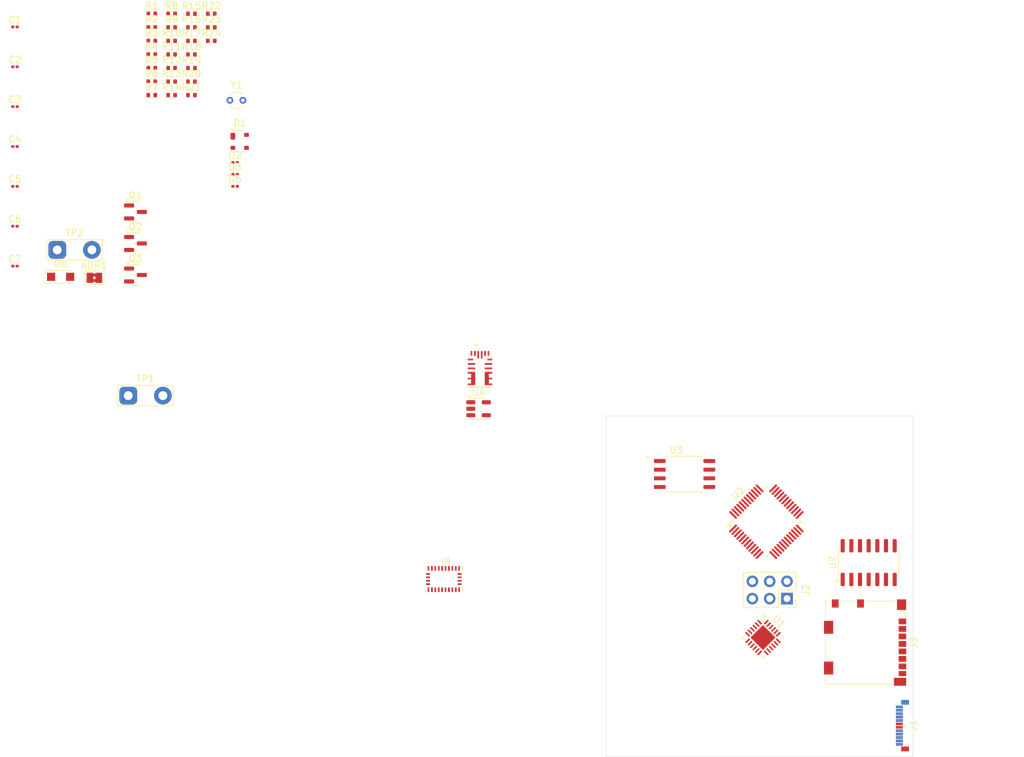
<source format=kicad_pcb>
(kicad_pcb (version 20240108) (generator "pcbnew") (generator_version "8.0")
  (layers (0 "F.Cu" signal) (31 "B.Cu" signal) (34 "B.Paste" user) (35 "F.Paste" user) (36 "B.SilkS" user "B.Silkscreen") (37 "F.SilkS" user "F.Silkscreen") (38 "B.Mask" user) (39 "F.Mask" user) (44 "Edge.Cuts" user))
  (net 0 "")
  (net 1 "Net-(ADR1-B)")
  (net 2 "GND")
  (net 3 "VBUS_out")
  (net 4 "Net-(U6-XOUT32{slash}CLKSEL1)")
  (net 5 "Net-(U6-XIN32)")
  (net 6 "Net-(U5-VIN)")
  (net 7 "Net-(U4-EN)")
  (net 8 "RST")
  (net 9 "Net-(U6-CAP)")
  (net 10 "Net-(D1-I{slash}O1)")
  (net 11 "Net-(D1-I{slash}O2)")
  (net 12 "Net-(D2-A)")
  (net 13 "Net-(D2-K)")
  (net 14 "Net-(D3-A)")
  (net 15 "Net-(D3-K)")
  (net 16 "Net-(D5-A)")
  (net 19 "Net-(J2-Pin_3)")
  (net 20 "Net-(J2-Pin_2)")
  (net 21 "Net-(J2-Pin_6)")
  (net 22 "UPDI")
  (net 23 "Net-(J3-CMD)")
  (net 24 "Net-(J3-DAT1)")
  (net 25 "Net-(J3-DAT0)")
  (net 26 "CD")
  (net 29 "Net-(J3-CLK)")
  (net 30 "/RX_UPDI")
  (net 31 "TX0")
  (net 32 "RX0")
  (net 33 "Net-(U5-EN)")
  (net 34 "Net-(U5-FB)")
  (net 35 "Net-(U6-~{RST})")
  (net 36 "Net-(U6-ENV_SCL)")
  (net 37 "Net-(U6-ENV_SDA)")
  (net 38 "SDA")
  (net 39 "SCL")
  (net 40 "Net-(U6-~{BOOT})")
  (net 56 "PA3{slash}SS")
  (net 57 "PA1{slash}MOSI")
  (net 65 "D5")
  (net 67 "D6")
  (net 71 "PA0{slash}MISO")
  (net 74 "D4")
  (net 80 "D7")
  (net 87 "PA2{slash}SCK")
  (net 99 "PS1")
  (net 103 "INT")
  (net 104 "PS0{slash}WAKE")
  (footprint "Resistor_SMD:R_0402_1005Metric" (layer "F.Cu") (at -9.81 -32.0475)
    (property "Reference" "R16" (at 0 -1.17 0) (layer "F.SilkS"))
    (property "Value" "19k1")
    (pad "1" smd roundrect (at -0.51 0) (size 0.54 0.64) (layers "F.Cu" "F.Paste" "F.Mask") (net 34 "Net-(U5-FB)"))
    (pad "2" smd roundrect (at 0.51 0) (size 0.54 0.64) (layers "F.Cu" "F.Paste" "F.Mask") (net 2 "GND"))
  )
  (footprint "Connector_PinSocket_2.54mm:PinSocket_2x03_P2.54mm_Vertical" (layer "F.Cu") (at 77.525 51.79 -90)
    (property "Reference" "J2" (at -1.27 -2.77 90) (layer "F.SilkS"))
    (property "Value" "Conn_02x03_Pin")
    (pad "1" thru_hole rect (at 0 0 270) (size 1.7 1.7) (drill 1) (layers "*.Cu" "*.Mask") (net 8 "RST"))
    (pad "2" thru_hole oval (at -2.54 0 270) (size 1.7 1.7) (drill 1) (layers "*.Cu" "*.Mask") (net 20 "Net-(J2-Pin_2)"))
    (pad "3" thru_hole oval (at 0 2.54 270) (size 1.7 1.7) (drill 1) (layers "*.Cu" "*.Mask") (net 19 "Net-(J2-Pin_3)"))
    (pad "4" thru_hole oval (at -2.54 2.54 270) (size 1.7 1.7) (drill 1) (layers "*.Cu" "*.Mask") (net 22 "UPDI"))
    (pad "5" thru_hole oval (at 0 5.08 270) (size 1.7 1.7) (drill 1) (layers "*.Cu" "*.Mask") (net 2 "GND"))
    (pad "6" thru_hole oval (at -2.54 5.08 270) (size 1.7 1.7) (drill 1) (layers "*.Cu" "*.Mask") (net 21 "Net-(J2-Pin_6)"))
  )
  (footprint "Capacitor_SMD:C_0201_0603Metric" (layer "F.Cu") (at -35.69 -14.5575)
    (property "Reference" "C4" (at 0 -1.05 0) (layer "F.SilkS"))
    (property "Value" "22u")
    (pad "1" smd roundrect (at -0.32 0) (size 0.46 0.4) (layers "F.Cu" "F.Mask") (net 6 "Net-(U5-VIN)"))
    (pad "2" smd roundrect (at 0.32 0) (size 0.46 0.4) (layers "F.Cu" "F.Mask") (net 2 "GND"))
  )
  (footprint "Resistor_SMD:R_0402_1005Metric" (layer "F.Cu") (at -15.63 -22.0975)
    (property "Reference" "R7" (at 0 -1.17 0) (layer "F.SilkS"))
    (property "Value" "4k7")
    (pad "1" smd roundrect (at -0.51 0) (size 0.54 0.64) (layers "F.Cu" "F.Paste" "F.Mask") (net 8 "RST"))
    (pad "2" smd roundrect (at 0.51 0) (size 0.54 0.64) (layers "F.Cu" "F.Paste" "F.Mask") (net 22 "UPDI"))
  )
  (footprint "Resistor_SMD:R_0402_1005Metric" (layer "F.Cu") (at -12.72 -28.0675)
    (property "Reference" "R11" (at 0 -1.17 0) (layer "F.SilkS"))
    (property "Value" "4k7")
    (pad "1" smd roundrect (at -0.51 0) (size 0.54 0.64) (layers "F.Cu" "F.Paste" "F.Mask") (net 8 "RST"))
    (pad "2" smd roundrect (at 0.51 0) (size 0.54 0.64) (layers "F.Cu" "F.Paste" "F.Mask") (net 21 "Net-(J2-Pin_6)"))
  )
  (footprint "LED_SMD:LED_0201_0603Metric" (layer "F.Cu") (at -3.405 -8.7175)
    (property "Reference" "D5" (at 0 -1.05 0) (layer "F.SilkS"))
    (property "Value" "GREEN")
    (pad "1" smd roundrect (at -0.32 0) (size 0.46 0.4) (layers "F.Cu" "F.Mask") (net 2 "GND"))
    (pad "2" smd roundrect (at 0.32 0) (size 0.46 0.4) (layers "F.Cu" "F.Mask") (net 16 "Net-(D5-A)"))
  )
  (footprint "Package_TO_SOT_SMD:SOT-23" (layer "F.Cu") (at -18.02 -4.9525)
    (property "Reference" "Q1" (at 0 -2.4 0) (layer "F.SilkS"))
    (property "Value" "BSS138")
    (pad "1" smd roundrect (at -0.9375 -0.95) (size 1.475 0.6) (layers "F.Cu" "F.Paste" "F.Mask") (net 8 "RST"))
    (pad "2" smd roundrect (at -0.9375 0.95) (size 1.475 0.6) (layers "F.Cu" "F.Paste" "F.Mask") (net 30 "/RX_UPDI"))
    (pad "3" smd roundrect (at 0.9375 0) (size 1.475 0.6) (layers "F.Cu" "F.Paste" "F.Mask") (net 22 "UPDI"))
  )
  (footprint "Resistor_SMD:R_0402_1005Metric" (layer "F.Cu") (at -12.72 -24.0875)
    (property "Reference" "R13" (at 0 -1.17 0) (layer "F.SilkS"))
    (property "Value" "4k7")
    (pad "1" smd roundrect (at -0.51 0) (size 0.54 0.64) (layers "F.Cu" "F.Paste" "F.Mask") (net 8 "RST"))
    (pad "2" smd roundrect (at 0.51 0) (size 0.54 0.64) (layers "F.Cu" "F.Paste" "F.Mask") (net 31 "TX0"))
  )
  (footprint "LED_SMD:LED_0201_0603Metric" (layer "F.Cu") (at -3.405 -12.2175)
    (property "Reference" "D2" (at 0 -1.05 0) (layer "F.SilkS"))
    (property "Value" "LED")
    (pad "1" smd roundrect (at -0.32 0) (size 0.46 0.4) (layers "F.Cu" "F.Mask") (net 13 "Net-(D2-K)"))
    (pad "2" smd roundrect (at 0.32 0) (size 0.46 0.4) (layers "F.Cu" "F.Mask") (net 12 "Net-(D2-A)"))
  )
  (footprint "Connector_USB:USB_C_Plug_Molex_105444" (layer "F.Cu") (at 93.96 70.42 90)
    (property "Reference" "J1" (at 0 2.04 90) (layer "F.SilkS"))
    (property "Value" "USB_C")
    (pad "A1" smd rect (at -2.75 0.04 90) (size 0.38 1) (layers "F.Cu" "F.Paste" "F.Mask") (net 2 "GND"))
    (pad "A2" smd rect (at -2.25 0.04 90) (size 0.38 1) (layers "F.Cu" "F.Paste" "F.Mask"))
    (pad "A3" smd rect (at -1.75 0.04 90) (size 0.38 1) (layers "F.Cu" "F.Paste" "F.Mask"))
    (pad "A4" smd rect (at -1.25 0.04 90) (size 0.38 1) (layers "F.Cu" "F.Paste" "F.Mask") (net 3 "VBUS_out"))
    (pad "A5" smd rect (at -0.75 0.04 90) (size 0.38 1) (layers "F.Cu" "F.Paste" "F.Mask"))
    (pad "A6" smd rect (at -0.25 0.04 90) (size 0.38 1) (layers "F.Cu" "F.Paste" "F.Mask") (net 10 "Net-(D1-I{slash}O1)"))
    (pad "A7" smd rect (at 0.25 0.04 90) (size 0.38 1) (layers "F.Cu" "F.Paste" "F.Mask") (net 11 "Net-(D1-I{slash}O2)"))
    (pad "A8" smd rect (at 0.75 0.04 90) (size 0.38 1) (layers "F.Cu" "F.Paste" "F.Mask"))
    (pad "A9" smd rect (at 1.25 0.04 90) (size 0.38 1) (layers "F.Cu" "F.Paste" "F.Mask") (net 3 "VBUS_out"))
    (pad "A10" smd rect (at 1.75 0.04 90) (size 0.38 1) (layers "F.Cu" "F.Paste" "F.Mask"))
    (pad "A11" smd rect (at 2.25 0.04 90) (size 0.38 1) (layers "F.Cu" "F.Paste" "F.Mask"))
    (pad "A12" smd rect (at 2.75 0.04 90) (size 0.38 1) (layers "F.Cu" "F.Paste" "F.Mask") (net 2 "GND"))
    (pad "B1" smd rect (at 2.75 0.04 90) (size 0.38 1) (layers "B.Cu" "B.Paste" "B.Mask") (net 2 "GND"))
    (pad "B2" smd rect (at 2.25 0.04 90) (size 0.38 1) (layers "B.Cu" "B.Paste" "B.Mask"))
    (pad "B3" smd rect (at 1.75 0.04 90) (size 0.38 1) (layers "B.Cu" "B.Paste" "B.Mask"))
    (pad "B4" smd rect (at 1.25 0.04 90) (size 0.38 1) (layers "B.Cu" "B.Paste" "B.Mask") (net 3 "VBUS_out"))
    (pad "B5" smd rect (at 0.75 0.04 90) (size 0.38 1) (layers "B.Cu" "B.Paste" "B.Mask"))
    (pad "B8" smd rect (at -0.75 0.04 90) (size 0.38 1) (layers "B.Cu" "B.Paste" "B.Mask"))
    (pad "B9" smd rect (at -1.25 0.04 90) (size 0.38 1) (layers "B.Cu" "B.Paste" "B.Mask") (net 3 "VBUS_out"))
    (pad "B10" smd rect (at -1.75 0.04 90) (size 0.38 1) (layers "B.Cu" "B.Paste" "B.Mask"))
    (pad "B11" smd rect (at -2.25 0.04 90) (size 0.38 1) (layers "B.Cu" "B.Paste" "B.Mask"))
    (pad "B12" smd rect (at -2.75 0.04 90) (size 0.38 1) (layers "B.Cu" "B.Paste" "B.Mask") (net 2 "GND"))
    (pad "S1" smd rect (at -3.42 0.88 90) (size 0.7 1.15) (layers "F.Cu" "F.Paste" "F.Mask") (net 2 "GND"))
    (pad "S1" smd rect (at 3.42 0.88 90) (size 0.7 1.15) (layers "B.Cu" "B.Paste" "B.Mask") (net 2 "GND"))
  )
  (footprint "Capacitor_SMD:C_0201_0603Metric" (layer "F.Cu") (at -35.69 2.9925)
    (property "Reference" "C7" (at 0 -1.05 0) (layer "F.SilkS"))
    (property "Value" "0.1uF")
    (pad "1" smd roundrect (at -0.32 0) (size 0.46 0.4) (layers "F.Cu" "F.Mask") (net 9 "Net-(U6-CAP)"))
    (pad "2" smd roundrect (at 0.32 0) (size 0.46 0.4) (layers "F.Cu" "F.Mask") (net 2 "GND"))
  )
  (footprint "Resistor_SMD:R_0402_1005Metric" (layer "F.Cu") (at -15.63 -26.0775)
    (property "Reference" "R5" (at 0 -1.17 0) (layer "F.SilkS"))
    (property "Value" "0")
    (pad "1" smd roundrect (at -0.51 0) (size 0.54 0.64) (layers "F.Cu" "F.Paste" "F.Mask") (net 30 "/RX_UPDI"))
    (pad "2" smd roundrect (at 0.51 0) (size 0.54 0.64) (layers "F.Cu" "F.Paste" "F.Mask") (net 30 "/RX_UPDI"))
  )
  (footprint "Resistor_SMD:R_0402_1005Metric" (layer "F.Cu") (at -15.63 -34.0375)
    (property "Reference" "R1" (at 0 -1.17 0) (layer "F.SilkS"))
    (property "Value" "1M")
    (pad "1" smd roundrect (at -0.51 0) (size 0.54 0.64) (layers "F.Cu" "F.Paste" "F.Mask") (net 3 "VBUS_out"))
    (pad "2" smd roundrect (at 0.51 0) (size 0.54 0.64) (layers "F.Cu" "F.Paste" "F.Mask") (net 2 "GND"))
  )
  (footprint "Resistor_SMD:R_0402_1005Metric" (layer "F.Cu") (at -9.81 -22.0975)
    (property "Reference" "R21" (at 0 -1.17 0) (layer "F.SilkS"))
    (property "Value" "2.2k")
    (pad "1" smd roundrect (at -0.51 0) (size 0.54 0.64) (layers "F.Cu" "F.Paste" "F.Mask") (net 8 "RST"))
    (pad "2" smd roundrect (at 0.51 0) (size 0.54 0.64) (layers "F.Cu" "F.Paste" "F.Mask") (net 38 "SDA"))
  )
  (footprint "Resistor_SMD:R_0402_1005Metric" (layer "F.Cu") (at -6.9 -30.0575)
    (property "Reference" "R24" (at 0 -1.17 0) (layer "F.SilkS"))
    (property "Value" "10k")
    (pad "1" smd roundrect (at -0.51 0) (size 0.54 0.64) (layers "F.Cu" "F.Paste" "F.Mask") (net 8 "RST"))
    (pad "2" smd roundrect (at 0.51 0) (size 0.54 0.64) (layers "F.Cu" "F.Paste" "F.Mask") (net 40 "Net-(U6-~{BOOT})"))
  )
  (footprint "Package_QFP:TQFP-48_7x7mm_P0.5mm" (layer "F.Cu") (at 74.5 40.5 45)
    (property "Reference" "U2" (at 0 -5.85 45) (layer "F.SilkS"))
    (property "Value" "ATmega4809-A")
    (pad "1" smd roundrect (at -4.1625 -2.75 45) (size 1.475 0.3) (layers "F.Cu" "F.Paste" "F.Mask"))
    (pad "2" smd roundrect (at -4.1625 -2.25 45) (size 1.475 0.3) (layers "F.Cu" "F.Paste" "F.Mask"))
    (pad "3" smd roundrect (at -4.1625 -1.75 45) (size 1.475 0.3) (layers "F.Cu" "F.Paste" "F.Mask"))
    (pad "4" smd roundrect (at -4.1625 -1.249999 45) (size 1.475 0.3) (layers "F.Cu" "F.Paste" "F.Mask") (net 39 "SCL"))
    (pad "5" smd roundrect (at -4.1625 -0.75 45) (size 1.475 0.3) (layers "F.Cu" "F.Paste" "F.Mask"))
    (pad "6" smd roundrect (at -4.1625 -0.25 45) (size 1.475 0.3) (layers "F.Cu" "F.Paste" "F.Mask"))
    (pad "7" smd roundrect (at -4.1625 0.25 45) (size 1.475 0.3) (layers "F.Cu" "F.Paste" "F.Mask"))
    (pad "8" smd roundrect (at -4.1625 0.75 45) (size 1.475 0.3) (layers "F.Cu" "F.Paste" "F.Mask") (net 31 "TX0"))
    (pad "9" smd roundrect (at -4.1625 1.249999 45) (size 1.475 0.3) (layers "F.Cu" "F.Paste" "F.Mask") (net 32 "RX0"))
    (pad "10" smd roundrect (at -4.1625 1.75 45) (size 1.475 0.3) (layers "F.Cu" "F.Paste" "F.Mask"))
    (pad "11" smd roundrect (at -4.1625 2.25 45) (size 1.475 0.3) (layers "F.Cu" "F.Paste" "F.Mask"))
    (pad "12" smd roundrect (at -4.1625 2.75 45) (size 1.475 0.3) (layers "F.Cu" "F.Paste" "F.Mask"))
    (pad "13" smd roundrect (at -2.75 4.1625 45) (size 0.3 1.475) (layers "F.Cu" "F.Paste" "F.Mask"))
    (pad "14" smd roundrect (at -2.25 4.1625 45) (size 0.3 1.475) (layers "F.Cu" "F.Paste" "F.Mask") (net 8 "RST"))
    (pad "15" smd roundrect (at -1.75 4.1625 45) (size 0.3 1.475) (layers "F.Cu" "F.Paste" "F.Mask") (net 2 "GND"))
    (pad "16" smd roundrect (at -1.249999 4.1625 45) (size 0.3 1.475) (layers "F.Cu" "F.Paste" "F.Mask"))
    (pad "17" smd roundrect (at -0.75 4.1625 45) (size 0.3 1.475) (layers "F.Cu" "F.Paste" "F.Mask"))
    (pad "18" smd roundrect (at -0.25 4.1625 45) (size 0.3 1.475) (layers "F.Cu" "F.Paste" "F.Mask"))
    (pad "19" smd roundrect (at 0.25 4.1625 45) (size 0.3 1.475) (layers "F.Cu" "F.Paste" "F.Mask"))
    (pad "20" smd roundrect (at 0.75 4.1625 45) (size 0.3 1.475) (layers "F.Cu" "F.Paste" "F.Mask"))
    (pad "21" smd roundrect (at 1.249999 4.1625 45) (size 0.3 1.475) (layers "F.Cu" "F.Paste" "F.Mask"))
    (pad "22" smd roundrect (at 1.75 4.1625 45) (size 0.3 1.475) (layers "F.Cu" "F.Paste" "F.Mask") (net 65 "D5"))
    (pad "23" smd roundrect (at 2.25 4.1625 45) (size 0.3 1.475) (layers "F.Cu" "F.Paste" "F.Mask") (net 74 "D4"))
    (pad "24" smd roundrect (at 2.75 4.1625 45) (size 0.3 1.475) (layers "F.Cu" "F.Paste" "F.Mask") (net 67 "D6"))
    (pad "25" smd roundrect (at 4.1625 2.75 45) (size 1.475 0.3) (layers "F.Cu" "F.Paste" "F.Mask") (net 80 "D7"))
    (pad "26" smd roundrect (at 4.1625 2.25 45) (size 1.475 0.3) (layers "F.Cu" "F.Paste" "F.Mask") (net 26 "CD"))
    (pad "27" smd roundrect (at 4.1625 1.75 45) (size 1.475 0.3) (layers "F.Cu" "F.Paste" "F.Mask"))
    (pad "28" smd roundrect (at 4.1625 1.249999 45) (size 1.475 0.3) (layers "F.Cu" "F.Paste" "F.Mask") (net 8 "RST"))
    (pad "29" smd roundrect (at 4.1625 0.75 45) (size 1.475 0.3) (layers "F.Cu" "F.Paste" "F.Mask") (net 2 "GND"))
    (pad "30" smd roundrect (at 4.1625 0.25 45) (size 1.475 0.3) (layers "F.Cu" "F.Paste" "F.Mask"))
    (pad "31" smd roundrect (at 4.1625 -0.25 45) (size 1.475 0.3) (layers "F.Cu" "F.Paste" "F.Mask"))
    (pad "32" smd roundrect (at 4.1625 -0.75 45) (size 1.475 0.3) (layers "F.Cu" "F.Paste" "F.Mask"))
    (pad "33" smd roundrect (at 4.1625 -1.249999 45) (size 1.475 0.3) (layers "F.Cu" "F.Paste" "F.Mask"))
    (pad "34" smd roundrect (at 4.1625 -1.75 45) (size 1.475 0.3) (layers "F.Cu" "F.Paste" "F.Mask"))
    (pad "35" smd roundrect (at 4.1625 -2.25 45) (size 1.475 0.3) (layers "F.Cu" "F.Paste" "F.Mask"))
    (pad "36" smd roundrect (at 4.1625 -2.75 45) (size 1.475 0.3) (layers "F.Cu" "F.Paste" "F.Mask"))
    (pad "37" smd roundrect (at 2.75 -4.1625 45) (size 0.3 1.475) (layers "F.Cu" "F.Paste" "F.Mask"))
    (pad "38" smd roundrect (at 2.25 -4.1625 45) (size 0.3 1.475) (layers "F.Cu" "F.Paste" "F.Mask"))
    (pad "39" smd roundrect (at 1.75 -4.1625 45) (size 0.3 1.475) (layers "F.Cu" "F.Paste" "F.Mask"))
    (pad "40" smd roundrect (at 1.249999 -4.1625 45) (size 0.3 1.475) (layers "F.Cu" "F.Paste" "F.Mask"))
    (pad "41" smd roundrect (at 0.75 -4.1625 45) (size 0.3 1.475) (layers "F.Cu" "F.Paste" "F.Mask") (net 22 "UPDI"))
    (pad "42" smd roundrect (at 0.25 -4.1625 45) (size 0.3 1.475) (layers "F.Cu" "F.Paste" "F.Mask") (net 8 "RST"))
    (pad "43" smd roundrect (at -0.25 -4.1625 45) (size 0.3 1.475) (layers "F.Cu" "F.Paste" "F.Mask") (net 2 "GND"))
    (pad "44" smd roundrect (at -0.75 -4.1625 45) (size 0.3 1.475) (layers "F.Cu" "F.Paste" "F.Mask") (net 71 "PA0{slash}MISO"))
    (pad "45" smd roundrect (at -1.249999 -4.1625 45) (size 0.3 1.475) (layers "F.Cu" "F.Paste" "F.Mask") (net 57 "PA1{slash}MOSI"))
    (pad "46" smd roundrect (at -1.75 -4.1625 45) (size 0.3 1.475) (layers "F.Cu" "F.Paste" "F.Mask") (net 87 "PA2{slash}SCK"))
    (pad "47" smd roundrect (at -2.25 -4.1625 45) (size 0.3 1.475) (layers "F.Cu" "F.Paste" "F.Mask") (net 56 "PA3{slash}SS"))
    (pad "48" smd roundrect (at -2.75 -4.1625 45) (size 0.3 1.475) (layers "F.Cu" "F.Paste" "F.Mask") (net 38 "SDA"))
  )
  (footprint "Crystal:Crystal_C26-LF_D2.1mm_L6.5mm_Vertical" (layer "F.Cu") (at -4.17 -21.3375)
    (property "Reference" "Y1" (at 0.95 -2.23 0) (layer "F.SilkS"))
    (property "Value" "32.768kHz")
    (pad "1" thru_hole circle (at 0 0) (size 1 1) (drill 0.5) (layers "*.Cu" "*.Mask") (net 4 "Net-(U6-XOUT32{slash}CLKSEL1)"))
    (pad "2" thru_hole circle (at 1.9 0) (size 1 1) (drill 0.5) (layers "*.Cu" "*.Mask") (net 5 "Net-(U6-XIN32)"))
  )
  (footprint "Resistor_SMD:R_0402_1005Metric" (layer "F.Cu") (at -9.81 -28.0675)
    (property "Reference" "R18" (at 0 -1.17 0) (layer "F.SilkS"))
    (property "Value" "10k")
    (pad "1" smd roundrect (at -0.51 0) (size 0.54 0.64) (layers "F.Cu" "F.Paste" "F.Mask") (net 35 "Net-(U6-~{RST})"))
    (pad "2" smd roundrect (at 0.51 0) (size 0.54 0.64) (layers "F.Cu" "F.Paste" "F.Mask") (net 8 "RST"))
  )
  (footprint "Resistor_SMD:R_0402_1005Metric" (layer "F.Cu") (at -6.9 -32.0475)
    (property "Reference" "R23" (at 0 -1.17 0) (layer "F.SilkS"))
    (property "Value" "10k")
    (pad "1" smd roundrect (at -0.51 0) (size 0.54 0.64) (layers "F.Cu" "F.Paste" "F.Mask") (net 8 "RST"))
    (pad "2" smd roundrect (at 0.51 0) (size 0.54 0.64) (layers "F.Cu" "F.Paste" "F.Mask") (net 1 "Net-(ADR1-B)"))
  )
  (footprint "Resistor_SMD:R_0402_1005Metric" (layer "F.Cu") (at -12.72 -30.0575)
    (property "Reference" "R10" (at 0 -1.17 0) (layer "F.SilkS"))
    (property "Value" "4k7")
    (pad "1" smd roundrect (at -0.51 0) (size 0.54 0.64) (layers "F.Cu" "F.Paste" "F.Mask") (net 8 "RST"))
    (pad "2" smd roundrect (at 0.51 0) (size 0.54 0.64) (layers "F.Cu" "F.Paste" "F.Mask") (net 15 "Net-(D3-K)"))
  )
  (footprint "Capacitor_SMD:C_0201_0603Metric" (layer "F.Cu") (at -35.69 -26.2575)
    (property "Reference" "C2" (at 0 -1.05 0) (layer "F.SilkS"))
    (property "Value" "22pF")
    (pad "1" smd roundrect (at -0.32 0) (size 0.46 0.4) (layers "F.Cu" "F.Mask") (net 4 "Net-(U6-XOUT32{slash}CLKSEL1)"))
    (pad "2" smd roundrect (at 0.32 0) (size 0.46 0.4) (layers "F.Cu" "F.Mask") (net 2 "GND"))
  )
  (footprint "Resistor_SMD:R_0402_1005Metric" (layer "F.Cu") (at -12.72 -32.0475)
    (property "Reference" "R9" (at 0 -1.17 0) (layer "F.SilkS"))
    (property "Value" "4k7")
    (pad "1" smd roundrect (at -0.51 0) (size 0.54 0.64) (layers "F.Cu" "F.Paste" "F.Mask") (net 8 "RST"))
    (pad "2" smd roundrect (at 0.51 0) (size 0.54 0.64) (layers "F.Cu" "F.Paste" "F.Mask") (net 13 "Net-(D2-K)"))
  )
  (footprint "AT25DF641A-SH-T:SOIC127P798X216-8N" (layer "F.Cu") (at 62.5 33.5)
    (property "Reference" "U3" (at -1.235 -3.487 0) (layer "F.SilkS"))
    (property "Value" "AT25DF641A-SH-T")
    (pad "1" smd roundrect (at -3.63 -1.905) (size 1.71 0.58) (layers "F.Cu" "F.Paste" "F.Mask") (roundrect_rratio 0.125) (net 56 "PA3{slash}SS"))
    (pad "2" smd roundrect (at -3.63 -0.635) (size 1.71 0.58) (layers "F.Cu" "F.Paste" "F.Mask") (roundrect_rratio 0.125) (net 71 "PA0{slash}MISO"))
    (pad "3" smd roundrect (at -3.63 0.635) (size 1.71 0.58) (layers "F.Cu" "F.Paste" "F.Mask") (roundrect_rratio 0.125))
    (pad "4" smd roundrect (at -3.63 1.905) (size 1.71 0.58) (layers "F.Cu" "F.Paste" "F.Mask") (roundrect_rratio 0.125) (net 2 "GND"))
    (pad "5" smd roundrect (at 3.63 1.905) (size 1.71 0.58) (layers "F.Cu" "F.Paste" "F.Mask") (roundrect_rratio 0.125) (net 57 "PA1{slash}MOSI"))
    (pad "6" smd roundrect (at 3.63 0.635) (size 1.71 0.58) (layers "F.Cu" "F.Paste" "F.Mask") (roundrect_rratio 0.125) (net 87 "PA2{slash}SCK"))
    (pad "7" smd roundrect (at 3.63 -0.635) (size 1.71 0.58) (layers "F.Cu" "F.Paste" "F.Mask") (roundrect_rratio 0.125))
    (pad "8" smd roundrect (at 3.63 -1.905) (size 1.71 0.58) (layers "F.Cu" "F.Paste" "F.Mask") (roundrect_rratio 0.125) (net 8 "RST"))
  )
  (footprint "Resistor_SMD:R_0402_1005Metric" (layer "F.Cu") (at -9.81 -30.0575)
    (property "Reference" "R17" (at 0 -1.17 0) (layer "F.SilkS"))
    (property "Value" "330R")
    (pad "1" smd roundrect (at -0.51 0) (size 0.54 0.64) (layers "F.Cu" "F.Paste" "F.Mask") (net 8 "RST"))
    (pad "2" smd roundrect (at 0.51 0) (size 0.54 0.64) (layers "F.Cu" "F.Paste" "F.Mask") (net 16 "Net-(D5-A)"))
  )
  (footprint "Resistor_SMD:R_0402_1005Metric" (layer "F.Cu") (at -15.63 -24.0875)
    (property "Reference" "R6" (at 0 -1.17 0) (layer "F.SilkS"))
    (property "Value" "4k7")
    (pad "1" smd roundrect (at -0.51 0) (size 0.54 0.64) (layers "F.Cu" "F.Paste" "F.Mask") (net 8 "RST"))
    (pad "2" smd roundrect (at 0.51 0) (size 0.54 0.64) (layers "F.Cu" "F.Paste" "F.Mask") (net 30 "/RX_UPDI"))
  )
  (footprint "LED_SMD:LED_0201_0603Metric" (layer "F.Cu") (at -3.405 -10.4675)
    (property "Reference" "D3" (at 0 -1.05 0) (layer "F.SilkS"))
    (property "Value" "LED")
    (pad "1" smd roundrect (at -0.32 0) (size 0.46 0.4) (layers "F.Cu" "F.Mask") (net 15 "Net-(D3-K)"))
    (pad "2" smd roundrect (at 0.32 0) (size 0.46 0.4) (layers "F.Cu" "F.Mask") (net 14 "Net-(D3-A)"))
  )
  (footprint "Package_TO_SOT_SMD:SOT-23-5" (layer "F.Cu") (at 32.2965 23.925)
    (property "Reference" "U4" (at 0 -2.4 0) (layer "F.SilkS"))
    (property "Value" "AP2112K-3.3")
    (pad "1" smd roundrect (at -1.1375 -0.95) (size 1.325 0.6) (layers "F.Cu" "F.Paste" "F.Mask") (net 7 "Net-(U4-EN)"))
    (pad "2" smd roundrect (at -1.1375 0) (size 1.325 0.6) (layers "F.Cu" "F.Paste" "F.Mask") (net 2 "GND"))
    (pad "3" smd roundrect (at -1.1375 0.95) (size 1.325 0.6) (layers "F.Cu" "F.Paste" "F.Mask") (net 7 "Net-(U4-EN)"))
    (pad "4" smd roundrect (at 1.1375 0.95) (size 1.325 0.6) (layers "F.Cu" "F.Paste" "F.Mask"))
    (pad "5" smd roundrect (at 1.1375 -0.95) (size 1.325 0.6) (layers "F.Cu" "F.Paste" "F.Mask") (net 8 "RST"))
  )
  (footprint "Capacitor_SMD:C_0201_0603Metric" (layer "F.Cu") (at -35.69 -20.4075)
    (property "Reference" "C3" (at 0 -1.05 0) (layer "F.SilkS"))
    (property "Value" "22pF")
    (pad "1" smd roundrect (at -0.32 0) (size 0.46 0.4) (layers "F.Cu" "F.Mask") (net 5 "Net-(U6-XIN32)"))
    (pad "2" smd roundrect (at 0.32 0) (size 0.46 0.4) (layers "F.Cu" "F.Mask") (net 2 "GND"))
  )
  (footprint "Resistor_SMD:R_0402_1005Metric" (layer "F.Cu") (at -12.72 -26.0775)
    (property "Reference" "R12" (at 0 -1.17 0) (layer "F.SilkS"))
    (property "Value" "4k7")
    (pad "1" smd roundrect (at -0.51 0) (size 0.54 0.64) (layers "F.Cu" "F.Paste" "F.Mask") (net 8 "RST"))
    (pad "2" smd roundrect (at 0.51 0) (size 0.54 0.64) (layers "F.Cu" "F.Paste" "F.Mask") (net 32 "RX0"))
  )
  (footprint "Diode_SMD:Nexperia_CFP3_SOD-123W" (layer "F.Cu") (at -28.995 4.5625)
    (property "Reference" "D6" (at 0 -2 0) (layer "F.SilkS"))
    (property "Value" "PMEG6020ER")
    (pad "1" smd rect (at -1.4 0) (size 1.2 1.2) (layers "F.Cu" "F.Paste" "F.Mask") (net 2 "GND"))
    (pad "2" smd rect (at 1.4 0) (size 1.2 1.2) (layers "F.Cu" "F.Paste" "F.Mask") (net 3 "VBUS_out"))
  )
  (footprint "Resistor_SMD:R_0402_1005Metric" (layer "F.Cu") (at -9.81 -26.0775)
    (property "Reference" "R19" (at 0 -1.17 0) (layer "F.SilkS"))
    (property "Value" "4.7k")
    (pad "1" smd roundrect (at -0.51 0) (size 0.54 0.64) (layers "F.Cu" "F.Paste" "F.Mask") (net 36 "Net-(U6-ENV_SCL)"))
    (pad "2" smd roundrect (at 0.51 0) (size 0.54 0.64) (layers "F.Cu" "F.Paste" "F.Mask") (net 8 "RST"))
  )
  (footprint "MPM3610AGQV_P:CONV_MPM3620AGQV-P" (layer "F.Cu") (at 32.5 18.25)
    (property "Reference" "U5" (at -0.643 -3.64522 0) (layer "F.SilkS") (effects (font (size 0.277669 0.277669))))
    (property "Value" "MPM3610AGQV-P")
    (pad "1" smd rect (at -1.4 -1.55) (size 0.8 0.25) (layers "F.Cu" "F.Paste" "F.Mask") (net 34 "Net-(U5-FB)"))
    (pad "2" smd rect (at -1.25 -0.9) (size 1.1 0.25) (layers "F.Cu" "F.Paste" "F.Mask") (net 3 "VBUS_out"))
    (pad "3" smd rect (at -1.25 -0.25) (size 1.1 0.25) (layers "F.Cu" "F.Paste" "F.Mask") (net 2 "GND"))
    (pad "4" smd rect (at -1.45 0.4) (size 0.7 0.25) (layers "F.Cu" "F.Paste" "F.Mask"))
    (pad "5" smd rect (at -1.45 1.25) (size 0.7 0.25) (layers "F.Cu" "F.Paste" "F.Mask"))
    (pad "6" smd rect (at -1.45 2.1) (size 0.7 0.25) (layers "F.Cu" "F.Paste" "F.Mask"))
    (pad "7" smd rect (at 1.45 2.1) (size 0.7 0.25) (layers "F.Cu" "F.Paste" "F.Mask"))
    (pad "8" smd rect (at 1.45 1.25) (size 0.7 0.25) (layers "F.Cu" "F.Paste" "F.Mask"))
    (pad "9" smd rect (at 1.45 0.4) (size 0.7 0.25) (layers "F.Cu" "F.Paste" "F.Mask"))
    (pad "10" smd rect (at 1.25 -0.25) (size 1.1 0.25) (layers "F.Cu" "F.Paste" "F.Mask"))
    (pad "11" smd rect (at 1.25 -0.9) (size 1.1 0.25) (layers "F.Cu" "F.Paste" "F.Mask"))
    (pad "12" smd rect (at 1.45 -1.55) (size 0.7 0.25) (layers "F.Cu" "F.Paste" "F.Mask"))
    (pad "13" smd rect (at 1.25 -2.45) (size 0.25 0.7) (layers "F.Cu" "F.Paste" "F.Mask"))
    (pad "14" smd rect (at 0.75 -2.45) (size 0.25 0.7) (layers "F.Cu" "F.Paste" "F.Mask"))
    (pad "15" smd rect (at 0.25 -2.25) (size 0.25 1.1) (layers "F.Cu" "F.Paste" "F.Mask"))
    (pad "16" smd rect (at -0.25 -2.25) (size 0.25 1.1) (layers "F.Cu" "F.Paste" "F.Mask") (net 6 "Net-(U5-VIN)"))
    (pad "17" smd rect (at -0.75 -2.45) (size 0.25 0.7) (layers "F.Cu" "F.Paste" "F.Mask") (net 33 "Net-(U5-EN)"))
    (pad "18" smd rect (at -1.25 -2.45) (size 0.25 0.7) (layers "F.Cu" "F.Paste" "F.Mask"))
    (pad "19" smd rect (at -1 1.25) (size 0.6 1.95) (layers "F.Cu" "F.Paste" "F.Mask"))
    (pad "20" smd rect (at 1 1.25) (size 0.6 1.95) (layers "F.Cu" "F.Paste" "F.Mask"))
  )
  (footprint "Resistor_SMD:R_0402_1005Metric" (layer "F.Cu") (at -6.9 -34.0375)
    (property "Reference" "R22" (at 0 -1.17 0) (layer "F.SilkS"))
    (property "Value" "2.2k")
    (pad "1" smd roundrect (at -0.51 0) (size 0.54 0.64) (layers "F.Cu" "F.Paste" "F.Mask") (net 8 "RST"))
    (pad "2" smd roundrect (at 0.51 0) (size 0.54 0.64) (layers "F.Cu" "F.Paste" "F.Mask") (net 39 "SCL"))
  )
  (footprint "Resistor_SMD:R_0402_1005Metric" (layer "F.Cu") (at -12.72 -22.0975)
    (property "Reference" "R14" (at 0 -1.17 0) (layer "F.SilkS"))
    (property "Value" "100k")
    (pad "1" smd roundrect (at -0.51 0) (size 0.54 0.64) (layers "F.Cu" "F.Paste" "F.Mask") (net 6 "Net-(U5-VIN)"))
    (pad "2" smd roundrect (at 0.51 0) (size 0.54 0.64) (layers "F.Cu" "F.Paste" "F.Mask") (net 33 "Net-(U5-EN)"))
  )
  (footprint "Capacitor_SMD:C_0201_0603Metric" (layer "F.Cu") (at -35.69 -32.1075)
    (property "Reference" "C1" (at 0 -1.05 0) (layer "F.SilkS"))
    (property "Value" "4n7")
    (pad "1" smd roundrect (at -0.32 0) (size 0.46 0.4) (layers "F.Cu" "F.Mask") (net 3 "VBUS_out"))
    (pad "2" smd roundrect (at 0.32 0) (size 0.46 0.4) (layers "F.Cu" "F.Mask") (net 2 "GND"))
  )
  (footprint "Resistor_SMD:R_0402_1005Metric" (layer "F.Cu") (at -9.81 -24.0875)
    (property "Reference" "R20" (at 0 -1.17 0) (layer "F.SilkS"))
    (property "Value" "4.7k")
    (pad "1" smd roundrect (at -0.51 0) (size 0.54 0.64) (layers "F.Cu" "F.Paste" "F.Mask") (net 37 "Net-(U6-ENV_SDA)"))
    (pad "2" smd roundrect (at 0.51 0) (size 0.54 0.64) (layers "F.Cu" "F.Paste" "F.Mask") (net 8 "RST"))
  )
  (footprint "Jumper:SolderJumper-2_P1.3mm_Bridged2Bar_Pad1.0x1.5mm" (layer "F.Cu") (at -24.05 4.7125)
    (property "Reference" "ADR1" (at 0 -1.8 0) (layer "F.SilkS"))
    (property "Value" "~")
    (fp_poly (pts (xy -0.25 -0.6) (xy 0.25 -0.6) (xy 0.25 -0.2) (xy -0.25 -0.2)) (fill solid) (layer "F.Cu"))
    (fp_poly (pts (xy -0.25 0.2) (xy 0.25 0.2) (xy 0.25 0.6) (xy -0.25 0.6)) (fill solid) (layer "F.Cu"))
    (pad "1" smd rect (at -0.65 0) (size 1 1.5) (layers "F.Cu" "F.Mask") (net 2 "GND"))
    (pad "2" smd rect (at 0.65 0) (size 1 1.5) (layers "F.Cu" "F.Mask") (net 1 "Net-(ADR1-B)"))
  )
  (footprint "Connector_Card:microSD_HC_Molex_104031-0811" (layer "F.Cu") (at 89 58.24 -90)
    (property "Reference" "J3" (at 0 -7.18 90) (layer "F.SilkS"))
    (property "Value" "Micro_SD_Card_Det1")
    (pad "1" smd rect (at -3.105 -5.45 270) (size 0.85 1.1) (layers "F.Cu" "F.Paste" "F.Mask"))
    (pad "2" smd rect (at -2.005 -5.45 270) (size 0.85 1.1) (layers "F.Cu" "F.Paste" "F.Mask"))
    (pad "3" smd rect (at -0.905 -5.45 270) (size 0.85 1.1) (layers "F.Cu" "F.Paste" "F.Mask") (net 23 "Net-(J3-CMD)"))
    (pad "4" smd rect (at 0.195 -5.45 270) (size 0.85 1.1) (layers "F.Cu" "F.Paste" "F.Mask") (net 2 "GND"))
    (pad "5" smd rect (at 1.295 -5.45 270) (size 0.85 1.1) (layers "F.Cu" "F.Paste" "F.Mask") (net 29 "Net-(J3-CLK)"))
    (pad "6" smd rect (at 2.395 -5.45 270) (size 0.85 1.1) (layers "F.Cu" "F.Paste" "F.Mask") (net 8 "RST"))
    (pad "7" smd rect (at 3.495 -5.45 270) (size 0.85 1.1) (layers "F.Cu" "F.Paste" "F.Mask") (net 25 "Net-(J3-DAT0)"))
    (pad "8" smd rect (at 4.545 -5.45 270) (size 0.75 1.1) (layers "F.Cu" "F.Paste" "F.Mask") (net 24 "Net-(J3-DAT1)"))
    (pad "9" smd rect (at -5.74 0.7 270) (size 1.2 1) (layers "F.Cu" "F.Paste" "F.Mask") (net 26 "CD"))
    (pad "10" smd rect (at -5.74 4.4 270) (size 1.2 1) (layers "F.Cu" "F.Paste" "F.Mask") (net 2 "GND"))
    (pad "11" smd rect (at -5.565 -5.325 270) (size 1.55 1.35) (layers "F.Cu" "F.Paste" "F.Mask"))
    (pad "11" smd rect (at -2.24 5.375 270) (size 1.9 1.35) (layers "F.Cu" "F.Paste" "F.Mask"))
    (pad "11" smd rect (at 3.73 5.375 270) (size 1.9 1.35) (layers "F.Cu" "F.Paste" "F.Mask"))
    (pad "11" smd rect (at 5.755 -5.1 270) (size 1.17 1.8) (layers "F.Cu" "F.Paste" "F.Mask"))
  )
  (footprint "Resistor_SMD:R_0402_1005Metric" (layer "F.Cu") (at -15.63 -32.0475)
    (property "Reference" "R2" (at 0 -1.17 0) (layer "F.SilkS"))
    (property "Value" "4k7")
    (pad "1" smd roundrect (at -0.51 0) (size 0.54 0.64) (layers "F.Cu" "F.Paste" "F.Mask") (net 8 "RST"))
    (pad "2" smd roundrect (at 0.51 0) (size 0.54 0.64) (layers "F.Cu" "F.Paste" "F.Mask") (net 19 "Net-(J2-Pin_3)"))
  )
  (footprint "Package_TO_SOT_SMD:SOT-143" (layer "F.Cu") (at -2.74 -15.3125)
    (property "Reference" "D1" (at 0.02 -2.7 0) (layer "F.SilkS"))
    (property "Value" "PRTR5V0U2X")
    (pad "1" smd roundrect (at -1 -0.75) (size 0.7 1) (layers "F.Cu" "F.Paste" "F.Mask") (net 3 "VBUS_out"))
    (pad "2" smd roundrect (at -1 0.95) (size 0.7 0.6) (layers "F.Cu" "F.Paste" "F.Mask") (net 10 "Net-(D1-I{slash}O1)"))
    (pad "3" smd roundrect (at 1 0.95) (size 0.7 0.6) (layers "F.Cu" "F.Paste" "F.Mask") (net 11 "Net-(D1-I{slash}O2)"))
    (pad "4" smd roundrect (at 1 -0.95) (size 0.7 0.6) (layers "F.Cu" "F.Paste" "F.Mask") (net 3 "VBUS_out"))
  )
  (footprint "Package_DFN_QFN:QFN-24-1EP_4x4mm_P0.5mm_EP2.6x2.6mm" (layer "F.Cu") (at 74 57.5 -45)
    (property "Reference" "U1" (at 0 -3.299999 135) (layer "F.SilkS"))
    (property "Value" "ATSAMD11D14A-M")
    (pad "1" smd roundrect (at -1.9375 -1.25 315) (size 0.825 0.25) (layers "F.Cu" "F.Paste" "F.Mask"))
    (pad "2" smd roundrect (at -1.937499 -0.75 315) (size 0.825 0.25) (layers "F.Cu" "F.Paste" "F.Mask"))
    (pad "3" smd roundrect (at -1.9375 -0.25 315) (size 0.825 0.25) (layers "F.Cu" "F.Paste" "F.Mask"))
    (pad "4" smd roundrect (at -1.9375 0.25 315) (size 0.825 0.25) (layers "F.Cu" "F.Paste" "F.Mask"))
    (pad "5" smd roundrect (at -1.937499 0.75 315) (size 0.825 0.25) (layers "F.Cu" "F.Paste" "F.Mask"))
    (pad "6" smd roundrect (at -1.9375 1.25 315) (size 0.825 0.25) (layers "F.Cu" "F.Paste" "F.Mask"))
    (pad "7" smd roundrect (at -1.25 1.9375 315) (size 0.25 0.825) (layers "F.Cu" "F.Paste" "F.Mask"))
    (pad "8" smd roundrect (at -0.75 1.937499 315) (size 0.25 0.825) (layers "F.Cu" "F.Paste" "F.Mask"))
    (pad "9" smd roundrect (at -0.25 1.9375 315) (size 0.25 0.825) (layers "F.Cu" "F.Paste" "F.Mask"))
    (pad "10" smd roundrect (at 0.25 1.9375 315) (size 0.25 0.825) (layers "F.Cu" "F.Paste" "F.Mask"))
    (pad "11" smd roundrect (at 0.75 1.937499 315) (size 0.25 0.825) (layers "F.Cu" "F.Paste" "F.Mask") (net 30 "/RX_UPDI"))
    (pad "12" smd roundrect (at 1.25 1.9375 315) (size 0.25 0.825) (layers "F.Cu" "F.Paste" "F.Mask") (net 30 "/RX_UPDI"))
    (pad "13" smd roundrect (at 1.9375 1.25 315) (size 0.825 0.25) (layers "F.Cu" "F.Paste" "F.Mask"))
    (pad "14" smd roundrect (at 1.937499 0.75 315) (size 0.825 0.25) (layers "F.Cu" "F.Paste" "F.Mask"))
    (pad "15" smd roundrect (at 1.9375 0.25 315) (size 0.825 0.25) (layers "F.Cu" "F.Paste" "F.Mask") (net 15 "Net-(D3-K)"))
    (pad "16" smd roundrect (at 1.9375 -0.25 315) (size 0.825 0.25) (layers "F.Cu" "F.Paste" "F.Mask") (net 13 "Net-(D2-K)"))
    (pad "17" smd roundrect (at 1.937499 -0.75 315) (size 0.825 0.25) (layers "F.Cu" "F.Paste" "F.Mask"))
    (pad "18" smd roundrect (at 1.9375 -1.25 315) (size 0.825 0.25) (layers "F.Cu" "F.Paste" "F.Mask") (net 21 "Net-(J2-Pin_6)"))
    (pad "19" smd roundrect (at 1.25 -1.9375 315) (size 0.25 0.825) (layers "F.Cu" "F.Paste" "F.Mask") (net 19 "Net-(J2-Pin_3)"))
    (pad "20" smd roundrect (at 0.75 -1.937499 315) (size 0.25 0.825) (layers "F.Cu" "F.Paste" "F.Mask") (net 20 "Net-(J2-Pin_2)"))
    (pad "21" smd roundrect (at 0.25 -1.9375 315) (size 0.25 0.825) (layers "F.Cu" "F.Paste" "F.Mask") (net 11 "Net-(D1-I{slash}O2)"))
    (pad "22" smd roundrect (at -0.25 -1.9375 315) (size 0.25 0.825) (layers "F.Cu" "F.Paste" "F.Mask") (net 10 "Net-(D1-I{slash}O1)"))
    (pad "23" smd roundrect (at -0.75 -1.937499 315) (size 0.25 0.825) (layers "F.Cu" "F.Paste" "F.Mask") (net 2 "GND"))
    (pad "24" smd roundrect (at -1.25 -1.9375 315) (size 0.25 0.825) (layers "F.Cu" "F.Paste" "F.Mask") (net 8 "RST"))
    (pad "25" smd rect (at 0 0 315) (size 2.6 2.6) (property pad_prop_heatsink) (layers "F.Cu" "F.Mask"))
  )
  (footprint "BNO086:IC_BNO086" (layer "F.Cu") (at 27.2 48.9175)
    (property "Reference" "U6" (at 0.332 -2.6936 0) (layer "F.SilkS") (effects (font (size 0.64 0.64))))
    (property "Value" "BNO086")
    (pad "1" smd rect (at -2.25 -1.5625) (size 0.25 0.675) (layers "F.Cu" "F.Paste" "F.Mask"))
    (pad "2" smd rect (at -2.3125 -0.75) (size 0.575 0.25) (layers "F.Cu" "F.Paste" "F.Mask") (net 2 "GND"))
    (pad "3" smd rect (at -2.3125 -0.25) (size 0.575 0.25) (layers "F.Cu" "F.Paste" "F.Mask") (net 8 "RST"))
    (pad "4" smd rect (at -2.3125 0.25) (size 0.575 0.25) (layers "F.Cu" "F.Paste" "F.Mask") (net 40 "Net-(U6-~{BOOT})"))
    (pad "5" smd rect (at -2.3125 0.75) (size 0.575 0.25) (layers "F.Cu" "F.Paste" "F.Mask") (net 99 "PS1"))
    (pad "6" smd rect (at -2.25 1.5625) (size 0.25 0.675) (layers "F.Cu" "F.Paste" "F.Mask") (net 104 "PS0{slash}WAKE"))
    (pad "7" smd rect (at -1.75 1.5625) (size 0.25 0.675) (layers "F.Cu" "F.Paste" "F.Mask"))
    (pad "8" smd rect (at -1.25 1.5625) (size 0.25 0.675) (layers "F.Cu" "F.Paste" "F.Mask"))
    (pad "9" smd rect (at -0.75 1.5625) (size 0.25 0.675) (layers "F.Cu" "F.Paste" "F.Mask") (net 9 "Net-(U6-CAP)"))
    (pad "10" smd rect (at -0.25 1.5625) (size 0.25 0.675) (layers "F.Cu" "F.Paste" "F.Mask") (net 2 "GND"))
    (pad "11" smd rect (at 0.25 1.5625) (size 0.25 0.675) (layers "F.Cu" "F.Paste" "F.Mask") (net 35 "Net-(U6-~{RST})"))
    (pad "12" smd rect (at 0.75 1.5625) (size 0.25 0.675) (layers "F.Cu" "F.Paste" "F.Mask"))
    (pad "13" smd rect (at 1.25 1.5625) (size 0.25 0.675) (layers "F.Cu" "F.Paste" "F.Mask"))
    (pad "14" smd rect (at 1.75 1.5625) (size 0.25 0.675) (layers "F.Cu" "F.Paste" "F.Mask") (net 103 "INT"))
    (pad "15" smd rect (at 2.25 1.5625) (size 0.25 0.675) (layers "F.Cu" "F.Paste" "F.Mask") (net 36 "Net-(U6-ENV_SCL)"))
    (pad "16" smd rect (at 2.3125 0.75) (size 0.575 0.25) (layers "F.Cu" "F.Paste" "F.Mask") (net 37 "Net-(U6-ENV_SDA)"))
    (pad "17" smd rect (at 2.3125 0.25) (size 0.575 0.25) (layers "F.Cu" "F.Paste" "F.Mask") (net 1 "Net-(ADR1-B)"))
    (pad "18" smd rect (at 2.3125 -0.25) (size 0.575 0.25) (layers "F.Cu" "F.Paste" "F.Mask"))
    (pad "19" smd rect (at 2.3125 -0.75) (size 0.575 0.25) (layers "F.Cu" "F.Paste" "F.Mask") (net 39 "SCL"))
    (pad "20" smd rect (at 2.25 -1.5625) (size 0.25 0.675) (layers "F.Cu" "F.Paste" "F.Mask") (net 38 "SDA"))
    (pad "21" smd rect (at 1.75 -1.5625) (size 0.25 0.675) (layers "F.Cu" "F.Paste" "F.Mask"))
    (pad "22" smd rect (at 1.25 -1.5625) (size 0.25 0.675) (layers "F.Cu" "F.Paste" "F.Mask"))
    (pad "23" smd rect (at 0.75 -1.5625) (size 0.25 0.675) (layers "F.Cu" "F.Paste" "F.Mask"))
    (pad "24" smd rect (at 0.25 -1.5625) (size 0.25 0.675) (layers "F.Cu" "F.Paste" "F.Mask"))
    (pad "25" smd rect (at -0.25 -1.5625) (size 0.25 0.675) (layers "F.Cu" "F.Paste" "F.Mask") (net 2 "GND"))
    (pad "26" smd rect (at -0.75 -1.5625) (size 0.25 0.675) (layers "F.Cu" "F.Paste" "F.Mask") (net 4 "Net-(U6-XOUT32{slash}CLKSEL1)"))
    (pad "27" smd rect (at -1.25 -1.5625) (size 0.25 0.675) (layers "F.Cu" "F.Paste" "F.Mask") (net 5 "Net-(U6-XIN32)"))
    (pad "28" smd rect (at -1.75 -1.5625) (size 0.25 0.675) (layers "F.Cu" "F.Paste" "F.Mask") (net 8 "RST"))
  )
  (footprint "Resistor_SMD:R_0402_1005Metric" (layer "F.Cu") (at -15.63 -28.0675)
    (property "Reference" "R4" (at 0 -1.17 0) (layer "F.SilkS"))
    (property "Value" "330")
    (pad "1" smd roundrect (at -0.51 0) (size 0.54 0.64) (layers "F.Cu" "F.Paste" "F.Mask") (net 8 "RST"))
    (pad "2" smd roundrect (at 0.51 0) (size 0.54 0.64) (layers "F.Cu" "F.Paste" "F.Mask") (net 12 "Net-(D2-A)"))
  )
  (footprint "TestPoint:TestPoint_2Pads_Pitch5.08mm_Drill1.3mm" (layer "F.Cu") (at -29.49 0.6125)
    (property "Reference" "TP2" (at 2.54 -2.5 0) (layer "F.SilkS"))
    (property "Value" "TestPoint")
    (pad "1" thru_hole roundrect (at 0 0) (size 2.6 2.6) (drill 1.3) (layers "*.Cu" "*.Mask") (net 11 "Net-(D1-I{slash}O2)"))
    (pad "2" thru_hole circle (at 5.08 0) (size 2.6 2.6) (drill 1.3) (layers "*.Cu" "*.Mask"))
  )
  (footprint "Resistor_SMD:R_0402_1005Metric" (layer "F.Cu") (at -9.81 -34.0375)
    (property "Reference" "R15" (at 0 -1.17 0) (layer "F.SilkS"))
    (property "Value" "100k")
    (pad "1" smd roundrect (at -0.51 0) (size 0.54 0.64) (layers "F.Cu" "F.Paste" "F.Mask") (net 7 "Net-(U4-EN)"))
    (pad "2" smd roundrect (at 0.51 0) (size 0.54 0.64) (layers "F.Cu" "F.Paste" "F.Mask") (net 34 "Net-(U5-FB)"))
  )
  (footprint "Package_TO_SOT_SMD:SOT-23" (layer "F.Cu") (at -18.02 4.2975)
    (property "Reference" "Q3" (at 0 -2.4 0) (layer "F.SilkS"))
    (property "Value" "BSS138")
    (pad "1" smd roundrect (at -0.9375 -0.95) (size 1.475 0.6) (layers "F.Cu" "F.Paste" "F.Mask") (net 8 "RST"))
    (pad "2" smd roundrect (at -0.9375 0.95) (size 1.475 0.6) (layers "F.Cu" "F.Paste" "F.Mask") (net 13 "Net-(D2-K)"))
    (pad "3" smd roundrect (at 0.9375 0) (size 1.475 0.6) (layers "F.Cu" "F.Paste" "F.Mask") (net 32 "RX0"))
  )
  (footprint "TestPoint:TestPoint_2Pads_Pitch5.08mm_Drill1.3mm" (layer "F.Cu") (at -19.08 22)
    (property "Reference" "TP1" (at 2.54 -2.5 0) (layer "F.SilkS"))
    (property "Value" "TestPoint")
    (pad "1" thru_hole roundrect (at 0 0) (size 2.6 2.6) (drill 1.3) (layers "*.Cu" "*.Mask") (net 10 "Net-(D1-I{slash}O1)"))
    (pad "2" thru_hole circle (at 5.08 0) (size 2.6 2.6) (drill 1.3) (layers "*.Cu" "*.Mask"))
  )
  (footprint "Resistor_SMD:R_0402_1005Metric" (layer "F.Cu") (at -12.72 -34.0375)
    (property "Reference" "R8" (at 0 -1.17 0) (layer "F.SilkS"))
    (property "Value" "DNP")
    (pad "1" smd roundrect (at -0.51 0) (size 0.54 0.64) (layers "F.Cu" "F.Paste" "F.Mask") (net 30 "/RX_UPDI"))
    (pad "2" smd roundrect (at 0.51 0) (size 0.54 0.64) (layers "F.Cu" "F.Paste" "F.Mask") (net 22 "UPDI"))
  )
  (footprint "Capacitor_SMD:C_0201_0603Metric" (layer "F.Cu") (at -35.69 -8.7075)
    (property "Reference" "C5" (at 0 -1.05 0) (layer "F.SilkS"))
    (property "Value" "22u")
    (pad "1" smd roundrect (at -0.32 0) (size 0.46 0.4) (layers "F.Cu" "F.Mask") (net 7 "Net-(U4-EN)"))
    (pad "2" smd roundrect (at 0.32 0) (size 0.46 0.4) (layers "F.Cu" "F.Mask") (net 2 "GND"))
  )
  (footprint "Package_TO_SOT_SMD:SOT-23" (layer "F.Cu") (at -18.02 -0.3275)
    (property "Reference" "Q2" (at 0 -2.4 0) (layer "F.SilkS"))
    (property "Value" "BSS138")
    (pad "1" smd roundrect (at -0.9375 -0.95) (size 1.475 0.6) (layers "F.Cu" "F.Paste" "F.Mask") (net 8 "RST"))
    (pad "2" smd roundrect (at -0.9375 0.95) (size 1.475 0.6) (layers "F.Cu" "F.Paste" "F.Mask") (net 15 "Net-(D3-K)"))
    (pad "3" smd roundrect (at 0.9375 0) (size 1.475 0.6) (layers "F.Cu" "F.Paste" "F.Mask") (net 31 "TX0"))
  )
  (footprint "Resistor_SMD:R_0402_1005Metric" (layer "F.Cu") (at -15.63 -30.0575)
    (property "Reference" "R3" (at 0 -1.17 0) (layer "F.SilkS"))
    (property "Value" "330")
    (pad "1" smd roundrect (at -0.51 0) (size 0.54 0.64) (layers "F.Cu" "F.Paste" "F.Mask") (net 8 "RST"))
    (pad "2" smd roundrect (at 0.51 0) (size 0.54 0.64) (layers "F.Cu" "F.Paste" "F.Mask") (net 14 "Net-(D3-A)"))
  )
  (footprint "Package_SO:SOIC-14_3.9x8.7mm_P1.27mm" (layer "F.Cu") (at 89.5 46.5 90)
    (property "Reference" "U7" (at 0 -5.28 90) (layer "F.SilkS"))
    (property "Value" "TXB0104D")
    (pad "1" smd roundrect (at -2.475 -3.81 90) (size 1.95 0.6) (layers "F.Cu" "F.Paste" "F.Mask") (net 8 "RST"))
    (pad "2" smd roundrect (at -2.475 -2.54 90) (size 1.95 0.6) (layers "F.Cu" "F.Paste" "F.Mask") (net 24 "Net-(J3-DAT1)"))
    (pad "3" smd roundrect (at -2.475 -1.27 90) (size 1.95 0.6) (layers "F.Cu" "F.Paste" "F.Mask") (net 25 "Net-(J3-DAT0)"))
    (pad "4" smd roundrect (at -2.475 0 90) (size 1.95 0.6) (layers "F.Cu" "F.Paste" "F.Mask") (net 29 "Net-(J3-CLK)"))
    (pad "5" smd roundrect (at -2.475 1.27 90) (size 1.95 0.6) (layers "F.Cu" "F.Paste" "F.Mask") (net 23 "Net-(J3-CMD)"))
    (pad "6" smd roundrect (at -2.475 2.54 90) (size 1.95 0.6) (layers "F.Cu" "F.Paste" "F.Mask"))
    (pad "7" smd roundrect (at -2.475 3.81 90) (size 1.95 0.6) (layers "F.Cu" "F.Paste" "F.Mask") (net 2 "GND"))
    (pad "8" smd roundrect (at 2.475 3.81 90) (size 1.95 0.6) (layers "F.Cu" "F.Paste" "F.Mask") (net 8 "RST"))
    (pad "9" smd roundrect (at 2.475 2.54 90) (size 1.95 0.6) (layers "F.Cu" "F.Paste" "F.Mask"))
    (pad "10" smd roundrect (at 2.475 1.27 90) (size 1.95 0.6) (layers "F.Cu" "F.Paste" "F.Mask") (net 65 "D5"))
    (pad "11" smd roundrect (at 2.475 0 90) (size 1.95 0.6) (layers "F.Cu" "F.Paste" "F.Mask") (net 74 "D4"))
    (pad "12" smd roundrect (at 2.475 -1.27 90) (size 1.95 0.6) (layers "F.Cu" "F.Paste" "F.Mask") (net 67 "D6"))
    (pad "13" smd roundrect (at 2.475 -2.54 90) (size 1.95 0.6) (layers "F.Cu" "F.Paste" "F.Mask") (net 80 "D7"))
    (pad "14" smd roundrect (at 2.475 -3.81 90) (size 1.95 0.6) (layers "F.Cu" "F.Paste" "F.Mask") (net 8 "RST"))
  )
  (footprint "Capacitor_SMD:C_0201_0603Metric" (layer "F.Cu") (at -35.69 -2.8575)
    (property "Reference" "C6" (at 0 -1.05 0) (layer "F.SilkS"))
    (property "Value" "1u")
    (pad "1" smd roundrect (at -0.32 0) (size 0.46 0.4) (layers "F.Cu" "F.Mask") (net 8 "RST"))
    (pad "2" smd roundrect (at 0.32 0) (size 0.46 0.4) (layers "F.Cu" "F.Mask") (net 2 "GND"))
  )
  (gr_line (start 50.5 25) (end 96 25) (stroke (width 0.05)) (layer "Edge.Cuts"))
  (gr_line (start 96 25) (end 96 75) (stroke (width 0.05)) (layer "Edge.Cuts"))
  (gr_line (start 96 75) (end 51 75) (stroke (width 0.05)) (layer "Edge.Cuts"))
  (gr_line (start 51 75) (end 51 24.9975) (stroke (width 0.05)) (layer "Edge.Cuts"))
)
</source>
